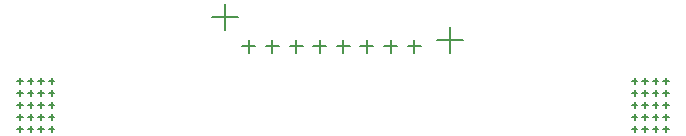
<source format=gbr>
G04*
G04 #@! TF.GenerationSoftware,Altium Limited,Altium Designer,24.3.1 (35)*
G04*
G04 Layer_Color=128*
%FSLAX25Y25*%
%MOIN*%
G70*
G04*
G04 #@! TF.SameCoordinates,4C6EEDD9-8573-49FE-A8EC-0E224A19D34F*
G04*
G04*
G04 #@! TF.FilePolarity,Positive*
G04*
G01*
G75*
%ADD22C,0.00500*%
D22*
X218307Y275590D02*
X222638D01*
X220472Y273425D02*
Y277756D01*
X163189Y275590D02*
X167520D01*
X165354Y273425D02*
Y277756D01*
X210433Y275590D02*
X214764D01*
X212598Y273425D02*
Y277756D01*
X171063Y275590D02*
X175394D01*
X173228Y273425D02*
Y277756D01*
X153150Y285433D02*
X161811D01*
X157480Y281102D02*
Y289764D01*
X227953Y277559D02*
X236614D01*
X232283Y273228D02*
Y281890D01*
X202559Y275590D02*
X206890D01*
X204724Y273425D02*
Y277756D01*
X178937Y275590D02*
X183268D01*
X181102Y273425D02*
Y277756D01*
X194685Y275590D02*
X199016D01*
X196850Y273425D02*
Y277756D01*
X186811Y275590D02*
X191142D01*
X188976Y273425D02*
Y277756D01*
X91602Y252000D02*
X93571D01*
X92587Y251016D02*
Y252984D01*
X91602Y260000D02*
X93571D01*
X92587Y259016D02*
Y260984D01*
X95102Y256000D02*
X97071D01*
X96087Y255016D02*
Y256984D01*
X98602Y260000D02*
X100571D01*
X99587Y259016D02*
Y260984D01*
X98602Y264000D02*
X100571D01*
X99587Y263016D02*
Y264984D01*
X88102Y260000D02*
X90071D01*
X89087Y259016D02*
Y260984D01*
X88102Y252000D02*
X90071D01*
X89087Y251016D02*
Y252984D01*
X88102Y248000D02*
X90071D01*
X89087Y247016D02*
Y248984D01*
X98602Y252000D02*
X100571D01*
X99587Y251016D02*
Y252984D01*
X88102Y256000D02*
X90071D01*
X89087Y255016D02*
Y256984D01*
X98602Y256000D02*
X100571D01*
X99587Y255016D02*
Y256984D01*
X95102Y260000D02*
X97071D01*
X96087Y259016D02*
Y260984D01*
X95102Y252000D02*
X97071D01*
X96087Y251016D02*
Y252984D01*
X91602Y256000D02*
X93571D01*
X92587Y255016D02*
Y256984D01*
X95102Y248000D02*
X97071D01*
X96087Y247016D02*
Y248984D01*
X91602Y248000D02*
X93571D01*
X92587Y247016D02*
Y248984D01*
X98602Y248000D02*
X100571D01*
X99587Y247016D02*
Y248984D01*
X88102Y264000D02*
X90071D01*
X89087Y263016D02*
Y264984D01*
X91602Y264000D02*
X93571D01*
X92587Y263016D02*
Y264984D01*
X95102Y264000D02*
X97071D01*
X96087Y263016D02*
Y264984D01*
X303429Y264000D02*
X305398D01*
X304413Y263016D02*
Y264984D01*
X292929Y260000D02*
X294898D01*
X293913Y259016D02*
Y260984D01*
X292929Y252000D02*
X294898D01*
X293913Y251016D02*
Y252984D01*
X303429Y248000D02*
X305398D01*
X304413Y247016D02*
Y248984D01*
X292929Y248000D02*
X294898D01*
X293913Y247016D02*
Y248984D01*
X303429Y252000D02*
X305398D01*
X304413Y251016D02*
Y252984D01*
X292929Y256000D02*
X294898D01*
X293913Y255016D02*
Y256984D01*
X303429Y256000D02*
X305398D01*
X304413Y255016D02*
Y256984D01*
X299929Y260000D02*
X301898D01*
X300913Y259016D02*
Y260984D01*
X299929Y252000D02*
X301898D01*
X300913Y251016D02*
Y252984D01*
X296429Y256000D02*
X298398D01*
X297413Y255016D02*
Y256984D01*
X303429Y260000D02*
X305398D01*
X304413Y259016D02*
Y260984D01*
X299929Y248000D02*
X301898D01*
X300913Y247016D02*
Y248984D01*
X296429Y252000D02*
X298398D01*
X297413Y251016D02*
Y252984D01*
X296429Y260000D02*
X298398D01*
X297413Y259016D02*
Y260984D01*
X299929Y256000D02*
X301898D01*
X300913Y255016D02*
Y256984D01*
X296429Y248000D02*
X298398D01*
X297413Y247016D02*
Y248984D01*
X292929Y264000D02*
X294898D01*
X293913Y263016D02*
Y264984D01*
X296429Y264000D02*
X298398D01*
X297413Y263016D02*
Y264984D01*
X299929Y264000D02*
X301898D01*
X300913Y263016D02*
Y264984D01*
M02*

</source>
